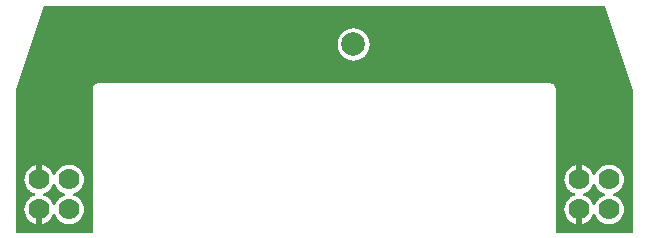
<source format=gbl>
%FSLAX33Y33*%
%MOMM*%
%ADD10C,0.0508*%
%ADD11R,2.X2.*%
%ADD12C,2.*%
%ADD13C,1.778*%
D10*
%LNpour fill*%
G01*
X52742Y12603D02*
X52742Y12603D01*
X50369Y19722*
X2971Y19722*
X0598Y12603*
X0598Y0598*
X7022Y0598*
X7022Y12700*
X7022Y12700*
X7033Y12817*
X7033Y12817*
X7067Y12929*
X7067Y12929*
X7123Y13032*
X7123Y13032*
X7197Y13123*
X7197Y13123*
X7288Y13197*
X7288Y13197*
X7391Y13253*
X7391Y13253*
X7503Y13287*
X7503Y13287*
X7620Y13298*
X7620Y13298*
X45720Y13298*
X45720Y13298*
X45837Y13287*
X45837Y13287*
X45949Y13253*
X45949Y13253*
X46052Y13197*
X46052Y13197*
X46143Y13123*
X46143Y13123*
X46217Y13032*
X46217Y13032*
X46273Y12929*
X46273Y12929*
X46307Y12817*
X46307Y12817*
X46318Y12700*
X46318Y12700*
X46318Y0598*
X52742Y0598*
X52742Y12603*
X29170Y15103D02*
X28857Y15138D01*
X28559Y15242*
X28292Y15410*
X28070Y15632*
X27902Y15899*
X27798Y16197*
X27763Y16510*
X27798Y16823*
X27902Y17121*
X28070Y17387*
X28292Y17610*
X28559Y17778*
X28857Y17882*
X29170Y17917*
X29483Y17882*
X29781Y17778*
X30047Y17610*
X30270Y17387*
X30438Y17121*
X30542Y16823*
X30577Y16510*
X30542Y16197*
X30438Y15899*
X30270Y15632*
X30047Y15410*
X29781Y15242*
X29483Y15138*
X29170Y15103*
X50800Y1244D02*
X50512Y1276D01*
X50238Y1372*
X49992Y1526*
X49786Y1732*
X49632Y1978*
X49575Y2140*
X49485Y2140*
X49428Y1978*
X49274Y1732*
X49068Y1526*
X48822Y1372*
X48548Y1276*
X48460Y1266*
X48460Y1759*
X48060Y1759*
X48060Y1266*
X47972Y1276*
X47698Y1372*
X47452Y1526*
X47246Y1732*
X47092Y1978*
X46996Y2252*
X46964Y2540*
X46996Y2828*
X47092Y3102*
X47246Y3348*
X47452Y3554*
X47698Y3708*
X47860Y3765*
X47860Y3855*
X47698Y3912*
X47452Y4066*
X47246Y4272*
X47092Y4518*
X46996Y4792*
X46964Y5080*
X46996Y5368*
X47092Y5642*
X47246Y5888*
X47452Y6094*
X47698Y6248*
X47972Y6344*
X48060Y6354*
X48060Y5861*
X48460Y5861*
X48460Y6354*
X48548Y6344*
X48822Y6248*
X49068Y6094*
X49274Y5888*
X49428Y5642*
X49485Y5480*
X49575Y5480*
X49632Y5642*
X49786Y5888*
X49992Y6094*
X50238Y6248*
X50512Y6344*
X50800Y6376*
X51088Y6344*
X51362Y6248*
X51608Y6094*
X51814Y5888*
X51968Y5642*
X52064Y5368*
X52096Y5080*
X52064Y4792*
X51968Y4518*
X51814Y4272*
X51608Y4066*
X51362Y3912*
X51200Y3855*
X51200Y3765*
X51362Y3708*
X51608Y3554*
X51814Y3348*
X51968Y3102*
X52064Y2828*
X52096Y2540*
X52064Y2252*
X51968Y1978*
X51814Y1732*
X51608Y1526*
X51362Y1372*
X51088Y1276*
X50800Y1244*
X5080Y1244D02*
X4792Y1276D01*
X4518Y1372*
X4272Y1526*
X4066Y1732*
X3912Y1978*
X3855Y2140*
X3765Y2140*
X3708Y1978*
X3554Y1732*
X3348Y1526*
X3102Y1372*
X2828Y1276*
X2740Y1266*
X2740Y1759*
X2340Y1759*
X2340Y1266*
X2252Y1276*
X1978Y1372*
X1732Y1526*
X1526Y1732*
X1372Y1978*
X1276Y2252*
X1244Y2540*
X1276Y2828*
X1372Y3102*
X1526Y3348*
X1732Y3554*
X1978Y3708*
X2140Y3765*
X2140Y3855*
X1978Y3912*
X1732Y4066*
X1526Y4272*
X1372Y4518*
X1276Y4792*
X1244Y5080*
X1276Y5368*
X1372Y5642*
X1526Y5888*
X1732Y6094*
X1978Y6248*
X2252Y6344*
X2340Y6354*
X2340Y5861*
X2740Y5861*
X2740Y6354*
X2828Y6344*
X3102Y6248*
X3348Y6094*
X3554Y5888*
X3708Y5642*
X3765Y5480*
X3855Y5480*
X3912Y5642*
X4066Y5888*
X4272Y6094*
X4518Y6248*
X4792Y6344*
X5080Y6376*
X5368Y6344*
X5642Y6248*
X5888Y6094*
X6094Y5888*
X6248Y5642*
X6344Y5368*
X6376Y5080*
X6344Y4792*
X6248Y4518*
X6094Y4272*
X5888Y4066*
X5642Y3912*
X5480Y3855*
X5480Y3765*
X5642Y3708*
X5888Y3554*
X6094Y3348*
X6248Y3102*
X6344Y2828*
X6376Y2540*
X6344Y2252*
X6248Y1978*
X6094Y1732*
X5888Y1526*
X5642Y1372*
X5368Y1276*
X5080Y1244*
X0598Y0647D02*
X7022Y0647D01*
X46318Y0647D02*
X52742Y0647D01*
X0598Y0697D02*
X7022Y0697D01*
X46318Y0697D02*
X52742Y0697D01*
X0598Y0746D02*
X7022Y0746D01*
X46318Y0746D02*
X52742Y0746D01*
X0598Y0796D02*
X7022Y0796D01*
X46318Y0796D02*
X52742Y0796D01*
X0598Y0846D02*
X7022Y0846D01*
X46318Y0846D02*
X52742Y0846D01*
X0598Y0895D02*
X7022Y0895D01*
X46318Y0895D02*
X52742Y0895D01*
X0598Y0945D02*
X7022Y0945D01*
X46318Y0945D02*
X52742Y0945D01*
X0598Y0994D02*
X7022Y0994D01*
X46318Y0994D02*
X52742Y0994D01*
X0598Y1044D02*
X7022Y1044D01*
X46318Y1044D02*
X52742Y1044D01*
X0598Y1093D02*
X7022Y1093D01*
X46318Y1093D02*
X52742Y1093D01*
X0598Y1143D02*
X7022Y1143D01*
X46318Y1143D02*
X52742Y1143D01*
X0598Y1192D02*
X7022Y1192D01*
X46318Y1192D02*
X52742Y1192D01*
X0598Y1242D02*
X7022Y1242D01*
X46318Y1242D02*
X52742Y1242D01*
X0598Y1291D02*
X2207Y1291D01*
X2340Y1291D02*
X2740Y1291D01*
X2873Y1291D02*
X4747Y1291D01*
X5413Y1291D02*
X7022Y1291D01*
X46318Y1291D02*
X47927Y1291D01*
X48060Y1291D02*
X48460Y1291D01*
X48593Y1291D02*
X50467Y1291D01*
X51133Y1291D02*
X52742Y1291D01*
X0598Y1341D02*
X2066Y1341D01*
X2340Y1341D02*
X2740Y1341D01*
X3014Y1341D02*
X4606Y1341D01*
X5554Y1341D02*
X7022Y1341D01*
X46318Y1341D02*
X47786Y1341D01*
X48060Y1341D02*
X48460Y1341D01*
X48734Y1341D02*
X50326Y1341D01*
X51274Y1341D02*
X52742Y1341D01*
X0598Y1390D02*
X1948Y1390D01*
X2340Y1390D02*
X2740Y1390D01*
X3132Y1390D02*
X4488Y1390D01*
X5672Y1390D02*
X7022Y1390D01*
X46318Y1390D02*
X47668Y1390D01*
X48060Y1390D02*
X48460Y1390D01*
X48852Y1390D02*
X50208Y1390D01*
X51392Y1390D02*
X52742Y1390D01*
X0598Y1440D02*
X1869Y1440D01*
X2340Y1440D02*
X2740Y1440D01*
X3211Y1440D02*
X4409Y1440D01*
X5751Y1440D02*
X7022Y1440D01*
X46318Y1440D02*
X47589Y1440D01*
X48060Y1440D02*
X48460Y1440D01*
X48931Y1440D02*
X50129Y1440D01*
X51471Y1440D02*
X52742Y1440D01*
X0598Y1489D02*
X1790Y1489D01*
X2340Y1489D02*
X2740Y1489D01*
X3290Y1489D02*
X4330Y1489D01*
X5830Y1489D02*
X7022Y1489D01*
X46318Y1489D02*
X47510Y1489D01*
X48060Y1489D02*
X48460Y1489D01*
X49010Y1489D02*
X50050Y1489D01*
X51550Y1489D02*
X52742Y1489D01*
X0598Y1539D02*
X1719Y1539D01*
X2340Y1539D02*
X2740Y1539D01*
X3361Y1539D02*
X4259Y1539D01*
X5901Y1539D02*
X7022Y1539D01*
X46318Y1539D02*
X47439Y1539D01*
X48060Y1539D02*
X48460Y1539D01*
X49081Y1539D02*
X49979Y1539D01*
X51621Y1539D02*
X52742Y1539D01*
X0598Y1589D02*
X1669Y1589D01*
X2340Y1589D02*
X2740Y1589D01*
X3411Y1589D02*
X4209Y1589D01*
X5951Y1589D02*
X7022Y1589D01*
X46318Y1589D02*
X47389Y1589D01*
X48060Y1589D02*
X48460Y1589D01*
X49131Y1589D02*
X49929Y1589D01*
X51671Y1589D02*
X52742Y1589D01*
X0598Y1638D02*
X1620Y1638D01*
X2340Y1638D02*
X2740Y1638D01*
X3460Y1638D02*
X4160Y1638D01*
X6000Y1638D02*
X7022Y1638D01*
X46318Y1638D02*
X47340Y1638D01*
X48060Y1638D02*
X48460Y1638D01*
X49180Y1638D02*
X49880Y1638D01*
X51720Y1638D02*
X52742Y1638D01*
X0598Y1688D02*
X1570Y1688D01*
X2340Y1688D02*
X2740Y1688D01*
X3510Y1688D02*
X4110Y1688D01*
X6050Y1688D02*
X7022Y1688D01*
X46318Y1688D02*
X47290Y1688D01*
X48060Y1688D02*
X48460Y1688D01*
X49230Y1688D02*
X49830Y1688D01*
X51770Y1688D02*
X52742Y1688D01*
X0598Y1737D02*
X1523Y1737D01*
X2340Y1737D02*
X2740Y1737D01*
X3557Y1737D02*
X4063Y1737D01*
X6097Y1737D02*
X7022Y1737D01*
X46318Y1737D02*
X47243Y1737D01*
X48060Y1737D02*
X48460Y1737D01*
X49277Y1737D02*
X49783Y1737D01*
X51817Y1737D02*
X52742Y1737D01*
X0598Y1787D02*
X1492Y1787D01*
X3588Y1787D02*
X4032Y1787D01*
X6128Y1787D02*
X7022Y1787D01*
X46318Y1787D02*
X47212Y1787D01*
X49308Y1787D02*
X49752Y1787D01*
X51848Y1787D02*
X52742Y1787D01*
X0598Y1836D02*
X1461Y1836D01*
X3619Y1836D02*
X4001Y1836D01*
X6159Y1836D02*
X7022Y1836D01*
X46318Y1836D02*
X47181Y1836D01*
X49339Y1836D02*
X49721Y1836D01*
X51879Y1836D02*
X52742Y1836D01*
X0598Y1886D02*
X1429Y1886D01*
X3651Y1886D02*
X3969Y1886D01*
X6191Y1886D02*
X7022Y1886D01*
X46318Y1886D02*
X47149Y1886D01*
X49371Y1886D02*
X49689Y1886D01*
X51911Y1886D02*
X52742Y1886D01*
X0598Y1935D02*
X1398Y1935D01*
X3682Y1935D02*
X3938Y1935D01*
X6222Y1935D02*
X7022Y1935D01*
X46318Y1935D02*
X47118Y1935D01*
X49402Y1935D02*
X49658Y1935D01*
X51942Y1935D02*
X52742Y1935D01*
X0598Y1985D02*
X1369Y1985D01*
X3711Y1985D02*
X3909Y1985D01*
X6251Y1985D02*
X7022Y1985D01*
X46318Y1985D02*
X47089Y1985D01*
X49431Y1985D02*
X49629Y1985D01*
X51971Y1985D02*
X52742Y1985D01*
X0598Y2034D02*
X1352Y2034D01*
X3728Y2034D02*
X3892Y2034D01*
X6268Y2034D02*
X7022Y2034D01*
X46318Y2034D02*
X47072Y2034D01*
X49448Y2034D02*
X49612Y2034D01*
X51988Y2034D02*
X52742Y2034D01*
X0598Y2084D02*
X1335Y2084D01*
X3745Y2084D02*
X3875Y2084D01*
X6285Y2084D02*
X7022Y2084D01*
X46318Y2084D02*
X47055Y2084D01*
X49465Y2084D02*
X49595Y2084D01*
X52005Y2084D02*
X52742Y2084D01*
X0598Y2133D02*
X1317Y2133D01*
X3763Y2133D02*
X3857Y2133D01*
X6303Y2133D02*
X7022Y2133D01*
X46318Y2133D02*
X47037Y2133D01*
X49483Y2133D02*
X49577Y2133D01*
X52023Y2133D02*
X52742Y2133D01*
X0598Y2183D02*
X1300Y2183D01*
X6320Y2183D02*
X7022Y2183D01*
X46318Y2183D02*
X47020Y2183D01*
X52040Y2183D02*
X52742Y2183D01*
X0598Y2232D02*
X1283Y2232D01*
X6337Y2232D02*
X7022Y2232D01*
X46318Y2232D02*
X47003Y2232D01*
X52057Y2232D02*
X52742Y2232D01*
X0598Y2282D02*
X1272Y2282D01*
X6348Y2282D02*
X7022Y2282D01*
X46318Y2282D02*
X46992Y2282D01*
X52068Y2282D02*
X52742Y2282D01*
X0598Y2331D02*
X1267Y2331D01*
X6353Y2331D02*
X7022Y2331D01*
X46318Y2331D02*
X46987Y2331D01*
X52073Y2331D02*
X52742Y2331D01*
X0598Y2381D02*
X1261Y2381D01*
X6359Y2381D02*
X7022Y2381D01*
X46318Y2381D02*
X46981Y2381D01*
X52079Y2381D02*
X52742Y2381D01*
X0598Y2431D02*
X1256Y2431D01*
X6364Y2431D02*
X7022Y2431D01*
X46318Y2431D02*
X46976Y2431D01*
X52084Y2431D02*
X52742Y2431D01*
X0598Y2480D02*
X1250Y2480D01*
X6370Y2480D02*
X7022Y2480D01*
X46318Y2480D02*
X46970Y2480D01*
X52090Y2480D02*
X52742Y2480D01*
X0598Y2530D02*
X1245Y2530D01*
X6375Y2530D02*
X7022Y2530D01*
X46318Y2530D02*
X46965Y2530D01*
X52095Y2530D02*
X52742Y2530D01*
X0598Y2579D02*
X1248Y2579D01*
X6372Y2579D02*
X7022Y2579D01*
X46318Y2579D02*
X46968Y2579D01*
X52092Y2579D02*
X52742Y2579D01*
X0598Y2629D02*
X1253Y2629D01*
X6367Y2629D02*
X7022Y2629D01*
X46318Y2629D02*
X46973Y2629D01*
X52087Y2629D02*
X52742Y2629D01*
X0598Y2678D02*
X1259Y2678D01*
X6361Y2678D02*
X7022Y2678D01*
X46318Y2678D02*
X46979Y2678D01*
X52081Y2678D02*
X52742Y2678D01*
X0598Y2728D02*
X1264Y2728D01*
X6356Y2728D02*
X7022Y2728D01*
X46318Y2728D02*
X46984Y2728D01*
X52076Y2728D02*
X52742Y2728D01*
X0598Y2777D02*
X1270Y2777D01*
X6350Y2777D02*
X7022Y2777D01*
X46318Y2777D02*
X46990Y2777D01*
X52070Y2777D02*
X52742Y2777D01*
X0598Y2827D02*
X1276Y2827D01*
X6344Y2827D02*
X7022Y2827D01*
X46318Y2827D02*
X46996Y2827D01*
X52064Y2827D02*
X52742Y2827D01*
X0598Y2876D02*
X1293Y2876D01*
X6327Y2876D02*
X7022Y2876D01*
X46318Y2876D02*
X47013Y2876D01*
X52047Y2876D02*
X52742Y2876D01*
X0598Y2926D02*
X1310Y2926D01*
X6310Y2926D02*
X7022Y2926D01*
X46318Y2926D02*
X47030Y2926D01*
X52030Y2926D02*
X52742Y2926D01*
X0598Y2975D02*
X1327Y2975D01*
X6293Y2975D02*
X7022Y2975D01*
X46318Y2975D02*
X47047Y2975D01*
X52013Y2975D02*
X52742Y2975D01*
X0598Y3025D02*
X1345Y3025D01*
X6275Y3025D02*
X7022Y3025D01*
X46318Y3025D02*
X47065Y3025D01*
X51995Y3025D02*
X52742Y3025D01*
X0598Y3074D02*
X1362Y3074D01*
X6258Y3074D02*
X7022Y3074D01*
X46318Y3074D02*
X47082Y3074D01*
X51978Y3074D02*
X52742Y3074D01*
X0598Y3124D02*
X1385Y3124D01*
X6235Y3124D02*
X7022Y3124D01*
X46318Y3124D02*
X47105Y3124D01*
X51955Y3124D02*
X52742Y3124D01*
X0598Y3173D02*
X1416Y3173D01*
X6204Y3173D02*
X7022Y3173D01*
X46318Y3173D02*
X47136Y3173D01*
X51924Y3173D02*
X52742Y3173D01*
X0598Y3223D02*
X1447Y3223D01*
X6173Y3223D02*
X7022Y3223D01*
X46318Y3223D02*
X47167Y3223D01*
X51893Y3223D02*
X52742Y3223D01*
X0598Y3273D02*
X1479Y3273D01*
X6141Y3273D02*
X7022Y3273D01*
X46318Y3273D02*
X47199Y3273D01*
X51861Y3273D02*
X52742Y3273D01*
X0598Y3322D02*
X1510Y3322D01*
X6110Y3322D02*
X7022Y3322D01*
X46318Y3322D02*
X47230Y3322D01*
X51830Y3322D02*
X52742Y3322D01*
X0598Y3372D02*
X1549Y3372D01*
X6071Y3372D02*
X7022Y3372D01*
X46318Y3372D02*
X47269Y3372D01*
X51791Y3372D02*
X52742Y3372D01*
X0598Y3421D02*
X1599Y3421D01*
X6021Y3421D02*
X7022Y3421D01*
X46318Y3421D02*
X47319Y3421D01*
X51741Y3421D02*
X52742Y3421D01*
X0598Y3471D02*
X1648Y3471D01*
X5972Y3471D02*
X7022Y3471D01*
X46318Y3471D02*
X47368Y3471D01*
X51692Y3471D02*
X52742Y3471D01*
X0598Y3520D02*
X1698Y3520D01*
X5922Y3520D02*
X7022Y3520D01*
X46318Y3520D02*
X47418Y3520D01*
X51642Y3520D02*
X52742Y3520D01*
X0598Y3570D02*
X1757Y3570D01*
X5863Y3570D02*
X7022Y3570D01*
X46318Y3570D02*
X47477Y3570D01*
X51583Y3570D02*
X52742Y3570D01*
X0598Y3619D02*
X1836Y3619D01*
X5784Y3619D02*
X7022Y3619D01*
X46318Y3619D02*
X47556Y3619D01*
X51504Y3619D02*
X52742Y3619D01*
X0598Y3669D02*
X1915Y3669D01*
X5705Y3669D02*
X7022Y3669D01*
X46318Y3669D02*
X47635Y3669D01*
X51425Y3669D02*
X52742Y3669D01*
X0598Y3718D02*
X2006Y3718D01*
X5614Y3718D02*
X7022Y3718D01*
X46318Y3718D02*
X47726Y3718D01*
X51334Y3718D02*
X52742Y3718D01*
X0598Y3768D02*
X2140Y3768D01*
X5480Y3768D02*
X7022Y3768D01*
X46318Y3768D02*
X47860Y3768D01*
X51200Y3768D02*
X52742Y3768D01*
X0598Y3817D02*
X2140Y3817D01*
X5480Y3817D02*
X7022Y3817D01*
X46318Y3817D02*
X47860Y3817D01*
X51200Y3817D02*
X52742Y3817D01*
X0598Y3867D02*
X2106Y3867D01*
X5514Y3867D02*
X7022Y3867D01*
X46318Y3867D02*
X47826Y3867D01*
X51234Y3867D02*
X52742Y3867D01*
X0598Y3916D02*
X1970Y3916D01*
X5650Y3916D02*
X7022Y3916D01*
X46318Y3916D02*
X47690Y3916D01*
X51370Y3916D02*
X52742Y3916D01*
X0598Y3966D02*
X1891Y3966D01*
X5729Y3966D02*
X7022Y3966D01*
X46318Y3966D02*
X47611Y3966D01*
X51449Y3966D02*
X52742Y3966D01*
X0598Y4015D02*
X1812Y4015D01*
X5808Y4015D02*
X7022Y4015D01*
X46318Y4015D02*
X47532Y4015D01*
X51528Y4015D02*
X52742Y4015D01*
X0598Y4065D02*
X1734Y4065D01*
X5886Y4065D02*
X7022Y4065D01*
X46318Y4065D02*
X47454Y4065D01*
X51606Y4065D02*
X52742Y4065D01*
X0598Y4115D02*
X1683Y4115D01*
X5937Y4115D02*
X7022Y4115D01*
X46318Y4115D02*
X47403Y4115D01*
X51657Y4115D02*
X52742Y4115D01*
X0598Y4164D02*
X1634Y4164D01*
X5986Y4164D02*
X7022Y4164D01*
X46318Y4164D02*
X47354Y4164D01*
X51706Y4164D02*
X52742Y4164D01*
X0598Y4214D02*
X1584Y4214D01*
X6036Y4214D02*
X7022Y4214D01*
X46318Y4214D02*
X47304Y4214D01*
X51756Y4214D02*
X52742Y4214D01*
X0598Y4263D02*
X1535Y4263D01*
X6085Y4263D02*
X7022Y4263D01*
X46318Y4263D02*
X47255Y4263D01*
X51805Y4263D02*
X52742Y4263D01*
X0598Y4313D02*
X1500Y4313D01*
X6120Y4313D02*
X7022Y4313D01*
X46318Y4313D02*
X47220Y4313D01*
X51840Y4313D02*
X52742Y4313D01*
X0598Y4362D02*
X1469Y4362D01*
X6151Y4362D02*
X7022Y4362D01*
X46318Y4362D02*
X47189Y4362D01*
X51871Y4362D02*
X52742Y4362D01*
X0598Y4412D02*
X1438Y4412D01*
X6182Y4412D02*
X7022Y4412D01*
X46318Y4412D02*
X47158Y4412D01*
X51902Y4412D02*
X52742Y4412D01*
X0598Y4461D02*
X1407Y4461D01*
X6213Y4461D02*
X7022Y4461D01*
X46318Y4461D02*
X47127Y4461D01*
X51933Y4461D02*
X52742Y4461D01*
X0598Y4511D02*
X1376Y4511D01*
X6244Y4511D02*
X7022Y4511D01*
X46318Y4511D02*
X47096Y4511D01*
X51964Y4511D02*
X52742Y4511D01*
X0598Y4560D02*
X1357Y4560D01*
X6263Y4560D02*
X7022Y4560D01*
X46318Y4560D02*
X47077Y4560D01*
X51983Y4560D02*
X52742Y4560D01*
X0598Y4610D02*
X1339Y4610D01*
X6281Y4610D02*
X7022Y4610D01*
X46318Y4610D02*
X47059Y4610D01*
X52001Y4610D02*
X52742Y4610D01*
X0598Y4659D02*
X1322Y4659D01*
X6298Y4659D02*
X7022Y4659D01*
X46318Y4659D02*
X47042Y4659D01*
X52018Y4659D02*
X52742Y4659D01*
X0598Y4709D02*
X1305Y4709D01*
X6315Y4709D02*
X7022Y4709D01*
X46318Y4709D02*
X47025Y4709D01*
X52035Y4709D02*
X52742Y4709D01*
X0598Y4758D02*
X1287Y4758D01*
X6333Y4758D02*
X7022Y4758D01*
X46318Y4758D02*
X47007Y4758D01*
X52053Y4758D02*
X52742Y4758D01*
X0598Y4808D02*
X1274Y4808D01*
X6346Y4808D02*
X7022Y4808D01*
X46318Y4808D02*
X46994Y4808D01*
X52066Y4808D02*
X52742Y4808D01*
X0598Y4857D02*
X1268Y4857D01*
X6352Y4857D02*
X7022Y4857D01*
X46318Y4857D02*
X46988Y4857D01*
X52072Y4857D02*
X52742Y4857D01*
X0598Y4907D02*
X1263Y4907D01*
X6357Y4907D02*
X7022Y4907D01*
X46318Y4907D02*
X46983Y4907D01*
X52077Y4907D02*
X52742Y4907D01*
X0598Y4957D02*
X1257Y4957D01*
X6363Y4957D02*
X7022Y4957D01*
X46318Y4957D02*
X46977Y4957D01*
X52083Y4957D02*
X52742Y4957D01*
X0598Y5006D02*
X1252Y5006D01*
X6368Y5006D02*
X7022Y5006D01*
X46318Y5006D02*
X46972Y5006D01*
X52088Y5006D02*
X52742Y5006D01*
X0598Y5056D02*
X1246Y5056D01*
X6374Y5056D02*
X7022Y5056D01*
X46318Y5056D02*
X46966Y5056D01*
X52094Y5056D02*
X52742Y5056D01*
X0598Y5105D02*
X1246Y5105D01*
X6374Y5105D02*
X7022Y5105D01*
X46318Y5105D02*
X46966Y5105D01*
X52094Y5105D02*
X52742Y5105D01*
X0598Y5155D02*
X1252Y5155D01*
X6368Y5155D02*
X7022Y5155D01*
X46318Y5155D02*
X46972Y5155D01*
X52088Y5155D02*
X52742Y5155D01*
X0598Y5204D02*
X1257Y5204D01*
X6363Y5204D02*
X7022Y5204D01*
X46318Y5204D02*
X46977Y5204D01*
X52083Y5204D02*
X52742Y5204D01*
X0598Y5254D02*
X1263Y5254D01*
X6357Y5254D02*
X7022Y5254D01*
X46318Y5254D02*
X46983Y5254D01*
X52077Y5254D02*
X52742Y5254D01*
X0598Y5303D02*
X1268Y5303D01*
X6352Y5303D02*
X7022Y5303D01*
X46318Y5303D02*
X46988Y5303D01*
X52072Y5303D02*
X52742Y5303D01*
X0598Y5353D02*
X1274Y5353D01*
X6346Y5353D02*
X7022Y5353D01*
X46318Y5353D02*
X46994Y5353D01*
X52066Y5353D02*
X52742Y5353D01*
X0598Y5402D02*
X1288Y5402D01*
X6332Y5402D02*
X7022Y5402D01*
X46318Y5402D02*
X47008Y5402D01*
X52052Y5402D02*
X52742Y5402D01*
X0598Y5452D02*
X1305Y5452D01*
X6315Y5452D02*
X7022Y5452D01*
X46318Y5452D02*
X47025Y5452D01*
X52035Y5452D02*
X52742Y5452D01*
X0598Y5501D02*
X1322Y5501D01*
X3758Y5501D02*
X3862Y5501D01*
X6298Y5501D02*
X7022Y5501D01*
X46318Y5501D02*
X47042Y5501D01*
X49478Y5501D02*
X49582Y5501D01*
X52018Y5501D02*
X52742Y5501D01*
X0598Y5551D02*
X1340Y5551D01*
X3740Y5551D02*
X3880Y5551D01*
X6280Y5551D02*
X7022Y5551D01*
X46318Y5551D02*
X47060Y5551D01*
X49460Y5551D02*
X49600Y5551D01*
X52000Y5551D02*
X52742Y5551D01*
X0598Y5600D02*
X1357Y5600D01*
X3723Y5600D02*
X3897Y5600D01*
X6263Y5600D02*
X7022Y5600D01*
X46318Y5600D02*
X47077Y5600D01*
X49443Y5600D02*
X49617Y5600D01*
X51983Y5600D02*
X52742Y5600D01*
X0598Y5650D02*
X1376Y5650D01*
X3704Y5650D02*
X3916Y5650D01*
X6244Y5650D02*
X7022Y5650D01*
X46318Y5650D02*
X47096Y5650D01*
X49424Y5650D02*
X49636Y5650D01*
X51964Y5650D02*
X52742Y5650D01*
X0598Y5699D02*
X1408Y5699D01*
X3672Y5699D02*
X3948Y5699D01*
X6212Y5699D02*
X7022Y5699D01*
X46318Y5699D02*
X47128Y5699D01*
X49392Y5699D02*
X49668Y5699D01*
X51932Y5699D02*
X52742Y5699D01*
X0598Y5749D02*
X1439Y5749D01*
X3641Y5749D02*
X3979Y5749D01*
X6181Y5749D02*
X7022Y5749D01*
X46318Y5749D02*
X47159Y5749D01*
X49361Y5749D02*
X49699Y5749D01*
X51901Y5749D02*
X52742Y5749D01*
X0598Y5799D02*
X1470Y5799D01*
X3610Y5799D02*
X4010Y5799D01*
X6150Y5799D02*
X7022Y5799D01*
X46318Y5799D02*
X47190Y5799D01*
X49330Y5799D02*
X49730Y5799D01*
X51870Y5799D02*
X52742Y5799D01*
X0598Y5848D02*
X1501Y5848D01*
X3579Y5848D02*
X4041Y5848D01*
X6119Y5848D02*
X7022Y5848D01*
X46318Y5848D02*
X47221Y5848D01*
X49299Y5848D02*
X49761Y5848D01*
X51839Y5848D02*
X52742Y5848D01*
X0598Y5898D02*
X1535Y5898D01*
X2340Y5898D02*
X2740Y5898D01*
X3545Y5898D02*
X4075Y5898D01*
X6085Y5898D02*
X7022Y5898D01*
X46318Y5898D02*
X47255Y5898D01*
X48060Y5898D02*
X48460Y5898D01*
X49265Y5898D02*
X49795Y5898D01*
X51805Y5898D02*
X52742Y5898D01*
X0598Y5947D02*
X1585Y5947D01*
X2340Y5947D02*
X2740Y5947D01*
X3495Y5947D02*
X4125Y5947D01*
X6035Y5947D02*
X7022Y5947D01*
X46318Y5947D02*
X47305Y5947D01*
X48060Y5947D02*
X48460Y5947D01*
X49215Y5947D02*
X49845Y5947D01*
X51755Y5947D02*
X52742Y5947D01*
X0598Y5997D02*
X1634Y5997D01*
X2340Y5997D02*
X2740Y5997D01*
X3446Y5997D02*
X4174Y5997D01*
X5986Y5997D02*
X7022Y5997D01*
X46318Y5997D02*
X47354Y5997D01*
X48060Y5997D02*
X48460Y5997D01*
X49166Y5997D02*
X49894Y5997D01*
X51706Y5997D02*
X52742Y5997D01*
X0598Y6046D02*
X1684Y6046D01*
X2340Y6046D02*
X2740Y6046D01*
X3396Y6046D02*
X4224Y6046D01*
X5936Y6046D02*
X7022Y6046D01*
X46318Y6046D02*
X47404Y6046D01*
X48060Y6046D02*
X48460Y6046D01*
X49116Y6046D02*
X49944Y6046D01*
X51656Y6046D02*
X52742Y6046D01*
X0598Y6096D02*
X1735Y6096D01*
X2340Y6096D02*
X2740Y6096D01*
X3345Y6096D02*
X4275Y6096D01*
X5885Y6096D02*
X7022Y6096D01*
X46318Y6096D02*
X47455Y6096D01*
X48060Y6096D02*
X48460Y6096D01*
X49065Y6096D02*
X49995Y6096D01*
X51605Y6096D02*
X52742Y6096D01*
X0598Y6145D02*
X1814Y6145D01*
X2340Y6145D02*
X2740Y6145D01*
X3266Y6145D02*
X4354Y6145D01*
X5806Y6145D02*
X7022Y6145D01*
X46318Y6145D02*
X47534Y6145D01*
X48060Y6145D02*
X48460Y6145D01*
X48986Y6145D02*
X50074Y6145D01*
X51526Y6145D02*
X52742Y6145D01*
X0598Y6195D02*
X1892Y6195D01*
X2340Y6195D02*
X2740Y6195D01*
X3188Y6195D02*
X4432Y6195D01*
X5728Y6195D02*
X7022Y6195D01*
X46318Y6195D02*
X47612Y6195D01*
X48060Y6195D02*
X48460Y6195D01*
X48908Y6195D02*
X50152Y6195D01*
X51448Y6195D02*
X52742Y6195D01*
X0598Y6244D02*
X1971Y6244D01*
X2340Y6244D02*
X2740Y6244D01*
X3109Y6244D02*
X4511Y6244D01*
X5649Y6244D02*
X7022Y6244D01*
X46318Y6244D02*
X47691Y6244D01*
X48060Y6244D02*
X48460Y6244D01*
X48829Y6244D02*
X50231Y6244D01*
X51369Y6244D02*
X52742Y6244D01*
X0598Y6294D02*
X2108Y6294D01*
X2340Y6294D02*
X2740Y6294D01*
X2972Y6294D02*
X4648Y6294D01*
X5512Y6294D02*
X7022Y6294D01*
X46318Y6294D02*
X47828Y6294D01*
X48060Y6294D02*
X48460Y6294D01*
X48692Y6294D02*
X50368Y6294D01*
X51232Y6294D02*
X52742Y6294D01*
X0598Y6343D02*
X2249Y6343D01*
X2340Y6343D02*
X2740Y6343D01*
X2831Y6343D02*
X4789Y6343D01*
X5371Y6343D02*
X7022Y6343D01*
X46318Y6343D02*
X47969Y6343D01*
X48060Y6343D02*
X48460Y6343D01*
X48551Y6343D02*
X50509Y6343D01*
X51091Y6343D02*
X52742Y6343D01*
X0598Y6393D02*
X7022Y6393D01*
X46318Y6393D02*
X52742Y6393D01*
X0598Y6442D02*
X7022Y6442D01*
X46318Y6442D02*
X52742Y6442D01*
X0598Y6492D02*
X7022Y6492D01*
X46318Y6492D02*
X52742Y6492D01*
X0598Y6542D02*
X7022Y6542D01*
X46318Y6542D02*
X52742Y6542D01*
X0598Y6591D02*
X7022Y6591D01*
X46318Y6591D02*
X52742Y6591D01*
X0598Y6641D02*
X7022Y6641D01*
X46318Y6641D02*
X52742Y6641D01*
X0598Y6690D02*
X7022Y6690D01*
X46318Y6690D02*
X52742Y6690D01*
X0598Y6740D02*
X7022Y6740D01*
X46318Y6740D02*
X52742Y6740D01*
X0598Y6789D02*
X7022Y6789D01*
X46318Y6789D02*
X52742Y6789D01*
X0598Y6839D02*
X7022Y6839D01*
X46318Y6839D02*
X52742Y6839D01*
X0598Y6888D02*
X7022Y6888D01*
X46318Y6888D02*
X52742Y6888D01*
X0598Y6938D02*
X7022Y6938D01*
X46318Y6938D02*
X52742Y6938D01*
X0598Y6987D02*
X7022Y6987D01*
X46318Y6987D02*
X52742Y6987D01*
X0598Y7037D02*
X7022Y7037D01*
X46318Y7037D02*
X52742Y7037D01*
X0598Y7086D02*
X7022Y7086D01*
X46318Y7086D02*
X52742Y7086D01*
X0598Y7136D02*
X7022Y7136D01*
X46318Y7136D02*
X52742Y7136D01*
X0598Y7185D02*
X7022Y7185D01*
X46318Y7185D02*
X52742Y7185D01*
X0598Y7235D02*
X7022Y7235D01*
X46318Y7235D02*
X52742Y7235D01*
X0598Y7284D02*
X7022Y7284D01*
X46318Y7284D02*
X52742Y7284D01*
X0598Y7334D02*
X7022Y7334D01*
X46318Y7334D02*
X52742Y7334D01*
X0598Y7384D02*
X7022Y7384D01*
X46318Y7384D02*
X52742Y7384D01*
X0598Y7433D02*
X7022Y7433D01*
X46318Y7433D02*
X52742Y7433D01*
X0598Y7483D02*
X7022Y7483D01*
X46318Y7483D02*
X52742Y7483D01*
X0598Y7532D02*
X7022Y7532D01*
X46318Y7532D02*
X52742Y7532D01*
X0598Y7582D02*
X7022Y7582D01*
X46318Y7582D02*
X52742Y7582D01*
X0598Y7631D02*
X7022Y7631D01*
X46318Y7631D02*
X52742Y7631D01*
X0598Y7681D02*
X7022Y7681D01*
X46318Y7681D02*
X52742Y7681D01*
X0598Y7730D02*
X7022Y7730D01*
X46318Y7730D02*
X52742Y7730D01*
X0598Y7780D02*
X7022Y7780D01*
X46318Y7780D02*
X52742Y7780D01*
X0598Y7829D02*
X7022Y7829D01*
X46318Y7829D02*
X52742Y7829D01*
X0598Y7879D02*
X7022Y7879D01*
X46318Y7879D02*
X52742Y7879D01*
X0598Y7928D02*
X7022Y7928D01*
X46318Y7928D02*
X52742Y7928D01*
X0598Y7978D02*
X7022Y7978D01*
X46318Y7978D02*
X52742Y7978D01*
X0598Y8027D02*
X7022Y8027D01*
X46318Y8027D02*
X52742Y8027D01*
X0598Y8077D02*
X7022Y8077D01*
X46318Y8077D02*
X52742Y8077D01*
X0598Y8126D02*
X7022Y8126D01*
X46318Y8126D02*
X52742Y8126D01*
X0598Y8176D02*
X7022Y8176D01*
X46318Y8176D02*
X52742Y8176D01*
X0598Y8226D02*
X7022Y8226D01*
X46318Y8226D02*
X52742Y8226D01*
X0598Y8275D02*
X7022Y8275D01*
X46318Y8275D02*
X52742Y8275D01*
X0598Y8325D02*
X7022Y8325D01*
X46318Y8325D02*
X52742Y8325D01*
X0598Y8374D02*
X7022Y8374D01*
X46318Y8374D02*
X52742Y8374D01*
X0598Y8424D02*
X7022Y8424D01*
X46318Y8424D02*
X52742Y8424D01*
X0598Y8473D02*
X7022Y8473D01*
X46318Y8473D02*
X52742Y8473D01*
X0598Y8523D02*
X7022Y8523D01*
X46318Y8523D02*
X52742Y8523D01*
X0598Y8572D02*
X7022Y8572D01*
X46318Y8572D02*
X52742Y8572D01*
X0598Y8622D02*
X7022Y8622D01*
X46318Y8622D02*
X52742Y8622D01*
X0598Y8671D02*
X7022Y8671D01*
X46318Y8671D02*
X52742Y8671D01*
X0598Y8721D02*
X7022Y8721D01*
X46318Y8721D02*
X52742Y8721D01*
X0598Y8770D02*
X7022Y8770D01*
X46318Y8770D02*
X52742Y8770D01*
X0598Y8820D02*
X7022Y8820D01*
X46318Y8820D02*
X52742Y8820D01*
X0598Y8869D02*
X7022Y8869D01*
X46318Y8869D02*
X52742Y8869D01*
X0598Y8919D02*
X7022Y8919D01*
X46318Y8919D02*
X52742Y8919D01*
X0598Y8968D02*
X7022Y8968D01*
X46318Y8968D02*
X52742Y8968D01*
X0598Y9018D02*
X7022Y9018D01*
X46318Y9018D02*
X52742Y9018D01*
X0598Y9068D02*
X7022Y9068D01*
X46318Y9068D02*
X52742Y9068D01*
X0598Y9117D02*
X7022Y9117D01*
X46318Y9117D02*
X52742Y9117D01*
X0598Y9167D02*
X7022Y9167D01*
X46318Y9167D02*
X52742Y9167D01*
X0598Y9216D02*
X7022Y9216D01*
X46318Y9216D02*
X52742Y9216D01*
X0598Y9266D02*
X7022Y9266D01*
X46318Y9266D02*
X52742Y9266D01*
X0598Y9315D02*
X7022Y9315D01*
X46318Y9315D02*
X52742Y9315D01*
X0598Y9365D02*
X7022Y9365D01*
X46318Y9365D02*
X52742Y9365D01*
X0598Y9414D02*
X7022Y9414D01*
X46318Y9414D02*
X52742Y9414D01*
X0598Y9464D02*
X7022Y9464D01*
X46318Y9464D02*
X52742Y9464D01*
X0598Y9513D02*
X7022Y9513D01*
X46318Y9513D02*
X52742Y9513D01*
X0598Y9563D02*
X7022Y9563D01*
X46318Y9563D02*
X52742Y9563D01*
X0598Y9612D02*
X7022Y9612D01*
X46318Y9612D02*
X52742Y9612D01*
X0598Y9662D02*
X7022Y9662D01*
X46318Y9662D02*
X52742Y9662D01*
X0598Y9711D02*
X7022Y9711D01*
X46318Y9711D02*
X52742Y9711D01*
X0598Y9761D02*
X7022Y9761D01*
X46318Y9761D02*
X52742Y9761D01*
X0598Y9810D02*
X7022Y9810D01*
X46318Y9810D02*
X52742Y9810D01*
X0598Y9860D02*
X7022Y9860D01*
X46318Y9860D02*
X52742Y9860D01*
X0598Y9910D02*
X7022Y9910D01*
X46318Y9910D02*
X52742Y9910D01*
X0598Y9959D02*
X7022Y9959D01*
X46318Y9959D02*
X52742Y9959D01*
X0598Y10009D02*
X7022Y10009D01*
X46318Y10009D02*
X52742Y10009D01*
X0598Y10058D02*
X7022Y10058D01*
X46318Y10058D02*
X52742Y10058D01*
X0598Y10108D02*
X7022Y10108D01*
X46318Y10108D02*
X52742Y10108D01*
X0598Y10157D02*
X7022Y10157D01*
X46318Y10157D02*
X52742Y10157D01*
X0598Y10207D02*
X7022Y10207D01*
X46318Y10207D02*
X52742Y10207D01*
X0598Y10256D02*
X7022Y10256D01*
X46318Y10256D02*
X52742Y10256D01*
X0598Y10306D02*
X7022Y10306D01*
X46318Y10306D02*
X52742Y10306D01*
X0598Y10355D02*
X7022Y10355D01*
X46318Y10355D02*
X52742Y10355D01*
X0598Y10405D02*
X7022Y10405D01*
X46318Y10405D02*
X52742Y10405D01*
X0598Y10454D02*
X7022Y10454D01*
X46318Y10454D02*
X52742Y10454D01*
X0598Y10504D02*
X7022Y10504D01*
X46318Y10504D02*
X52742Y10504D01*
X0598Y10553D02*
X7022Y10553D01*
X46318Y10553D02*
X52742Y10553D01*
X0598Y10603D02*
X7022Y10603D01*
X46318Y10603D02*
X52742Y10603D01*
X0598Y10652D02*
X7022Y10652D01*
X46318Y10652D02*
X52742Y10652D01*
X0598Y10702D02*
X7022Y10702D01*
X46318Y10702D02*
X52742Y10702D01*
X0598Y10752D02*
X7022Y10752D01*
X46318Y10752D02*
X52742Y10752D01*
X0598Y10801D02*
X7022Y10801D01*
X46318Y10801D02*
X52742Y10801D01*
X0598Y10851D02*
X7022Y10851D01*
X46318Y10851D02*
X52742Y10851D01*
X0598Y10900D02*
X7022Y10900D01*
X46318Y10900D02*
X52742Y10900D01*
X0598Y10950D02*
X7022Y10950D01*
X46318Y10950D02*
X52742Y10950D01*
X0598Y10999D02*
X7022Y10999D01*
X46318Y10999D02*
X52742Y10999D01*
X0598Y11049D02*
X7022Y11049D01*
X46318Y11049D02*
X52742Y11049D01*
X0598Y11098D02*
X7022Y11098D01*
X46318Y11098D02*
X52742Y11098D01*
X0598Y11148D02*
X7022Y11148D01*
X46318Y11148D02*
X52742Y11148D01*
X0598Y11197D02*
X7022Y11197D01*
X46318Y11197D02*
X52742Y11197D01*
X0598Y11247D02*
X7022Y11247D01*
X46318Y11247D02*
X52742Y11247D01*
X0598Y11296D02*
X7022Y11296D01*
X46318Y11296D02*
X52742Y11296D01*
X0598Y11346D02*
X7022Y11346D01*
X46318Y11346D02*
X52742Y11346D01*
X0598Y11395D02*
X7022Y11395D01*
X46318Y11395D02*
X52742Y11395D01*
X0598Y11445D02*
X7022Y11445D01*
X46318Y11445D02*
X52742Y11445D01*
X0598Y11495D02*
X7022Y11495D01*
X46318Y11495D02*
X52742Y11495D01*
X0598Y11544D02*
X7022Y11544D01*
X46318Y11544D02*
X52742Y11544D01*
X0598Y11594D02*
X7022Y11594D01*
X46318Y11594D02*
X52742Y11594D01*
X0598Y11643D02*
X7022Y11643D01*
X46318Y11643D02*
X52742Y11643D01*
X0598Y11693D02*
X7022Y11693D01*
X46318Y11693D02*
X52742Y11693D01*
X0598Y11742D02*
X7022Y11742D01*
X46318Y11742D02*
X52742Y11742D01*
X0598Y11792D02*
X7022Y11792D01*
X46318Y11792D02*
X52742Y11792D01*
X0598Y11841D02*
X7022Y11841D01*
X46318Y11841D02*
X52742Y11841D01*
X0598Y11891D02*
X7022Y11891D01*
X46318Y11891D02*
X52742Y11891D01*
X0598Y11940D02*
X7022Y11940D01*
X46318Y11940D02*
X52742Y11940D01*
X0598Y11990D02*
X7022Y11990D01*
X46318Y11990D02*
X52742Y11990D01*
X0598Y12039D02*
X7022Y12039D01*
X46318Y12039D02*
X52742Y12039D01*
X0598Y12089D02*
X7022Y12089D01*
X46318Y12089D02*
X52742Y12089D01*
X0598Y12138D02*
X7022Y12138D01*
X46318Y12138D02*
X52742Y12138D01*
X0598Y12188D02*
X7022Y12188D01*
X46318Y12188D02*
X52742Y12188D01*
X0598Y12237D02*
X7022Y12237D01*
X46318Y12237D02*
X52742Y12237D01*
X0598Y12287D02*
X7022Y12287D01*
X46318Y12287D02*
X52742Y12287D01*
X0598Y12337D02*
X7022Y12337D01*
X46318Y12337D02*
X52742Y12337D01*
X0598Y12386D02*
X7022Y12386D01*
X46318Y12386D02*
X52742Y12386D01*
X0598Y12436D02*
X7022Y12436D01*
X46318Y12436D02*
X52742Y12436D01*
X0598Y12485D02*
X7022Y12485D01*
X46318Y12485D02*
X52742Y12485D01*
X0598Y12535D02*
X7022Y12535D01*
X46318Y12535D02*
X52742Y12535D01*
X0598Y12584D02*
X7022Y12584D01*
X46318Y12584D02*
X52742Y12584D01*
X0608Y12634D02*
X7022Y12634D01*
X46318Y12634D02*
X52732Y12634D01*
X0625Y12683D02*
X7022Y12683D01*
X46318Y12683D02*
X52715Y12683D01*
X0641Y12733D02*
X7025Y12733D01*
X46315Y12733D02*
X52699Y12733D01*
X0658Y12782D02*
X7030Y12782D01*
X46310Y12782D02*
X52682Y12782D01*
X0674Y12832D02*
X7038Y12832D01*
X46302Y12832D02*
X52666Y12832D01*
X0691Y12881D02*
X7053Y12881D01*
X46287Y12881D02*
X52649Y12881D01*
X0707Y12931D02*
X7069Y12931D01*
X46271Y12931D02*
X52633Y12931D01*
X0724Y12980D02*
X7095Y12980D01*
X46245Y12980D02*
X52616Y12980D01*
X0740Y13030D02*
X7122Y13030D01*
X46218Y13030D02*
X52600Y13030D01*
X0757Y13079D02*
X7162Y13079D01*
X46178Y13079D02*
X52583Y13079D01*
X0773Y13129D02*
X7205Y13129D01*
X46135Y13129D02*
X52567Y13129D01*
X0790Y13179D02*
X7265Y13179D01*
X46075Y13179D02*
X52550Y13179D01*
X0806Y13228D02*
X7346Y13228D01*
X45994Y13228D02*
X52534Y13228D01*
X0823Y13278D02*
X7474Y13278D01*
X45866Y13278D02*
X52517Y13278D01*
X0839Y13327D02*
X52501Y13327D01*
X0856Y13377D02*
X52484Y13377D01*
X0872Y13426D02*
X52468Y13426D01*
X0889Y13476D02*
X52451Y13476D01*
X0905Y13525D02*
X52435Y13525D01*
X0922Y13575D02*
X52418Y13575D01*
X0938Y13624D02*
X52402Y13624D01*
X0955Y13674D02*
X52385Y13674D01*
X0971Y13723D02*
X52369Y13723D01*
X0988Y13773D02*
X52352Y13773D01*
X1004Y13822D02*
X52336Y13822D01*
X1021Y13872D02*
X52319Y13872D01*
X1037Y13921D02*
X52303Y13921D01*
X1054Y13971D02*
X52286Y13971D01*
X1070Y14021D02*
X52270Y14021D01*
X1087Y14070D02*
X52253Y14070D01*
X1103Y14120D02*
X52237Y14120D01*
X1120Y14169D02*
X52220Y14169D01*
X1136Y14219D02*
X52204Y14219D01*
X1153Y14268D02*
X52187Y14268D01*
X1169Y14318D02*
X52171Y14318D01*
X1186Y14367D02*
X52154Y14367D01*
X1203Y14417D02*
X52138Y14417D01*
X1219Y14466D02*
X52121Y14466D01*
X1236Y14516D02*
X52104Y14516D01*
X1252Y14565D02*
X52088Y14565D01*
X1269Y14615D02*
X52071Y14615D01*
X1285Y14664D02*
X52055Y14664D01*
X1302Y14714D02*
X52038Y14714D01*
X1318Y14763D02*
X52022Y14763D01*
X1335Y14813D02*
X52005Y14813D01*
X1351Y14863D02*
X51989Y14863D01*
X1368Y14912D02*
X51972Y14912D01*
X1384Y14962D02*
X51956Y14962D01*
X1401Y15011D02*
X51939Y15011D01*
X1417Y15061D02*
X51923Y15061D01*
X1434Y15110D02*
X29100Y15110D01*
X29240Y15110D02*
X51906Y15110D01*
X1450Y15160D02*
X28794Y15160D01*
X29546Y15160D02*
X51890Y15160D01*
X1467Y15209D02*
X28652Y15209D01*
X29688Y15209D02*
X51873Y15209D01*
X1483Y15259D02*
X28532Y15259D01*
X29808Y15259D02*
X51857Y15259D01*
X1500Y15308D02*
X28453Y15308D01*
X29887Y15308D02*
X51840Y15308D01*
X1516Y15358D02*
X28374Y15358D01*
X29966Y15358D02*
X51824Y15358D01*
X1533Y15407D02*
X28296Y15407D01*
X30044Y15407D02*
X51807Y15407D01*
X1549Y15457D02*
X28245Y15457D01*
X30095Y15457D02*
X51791Y15457D01*
X1566Y15506D02*
X28195Y15506D01*
X30145Y15506D02*
X51774Y15506D01*
X1582Y15556D02*
X28146Y15556D01*
X30194Y15556D02*
X51758Y15556D01*
X1599Y15605D02*
X28096Y15605D01*
X30244Y15605D02*
X51741Y15605D01*
X1615Y15655D02*
X28055Y15655D01*
X30285Y15655D02*
X51725Y15655D01*
X1632Y15705D02*
X28024Y15705D01*
X30316Y15705D02*
X51708Y15705D01*
X1648Y15754D02*
X27993Y15754D01*
X30347Y15754D02*
X51692Y15754D01*
X1665Y15804D02*
X27962Y15804D01*
X30378Y15804D02*
X51675Y15804D01*
X1681Y15853D02*
X27931Y15853D01*
X30409Y15853D02*
X51659Y15853D01*
X1698Y15903D02*
X27901Y15903D01*
X30439Y15903D02*
X51642Y15903D01*
X1714Y15952D02*
X27883Y15952D01*
X30457Y15952D02*
X51626Y15952D01*
X1731Y16002D02*
X27866Y16002D01*
X30474Y16002D02*
X51609Y16002D01*
X1747Y16051D02*
X27849Y16051D01*
X30491Y16051D02*
X51593Y16051D01*
X1764Y16101D02*
X27831Y16101D01*
X30509Y16101D02*
X51576Y16101D01*
X1780Y16150D02*
X27814Y16150D01*
X30526Y16150D02*
X51560Y16150D01*
X1797Y16200D02*
X27797Y16200D01*
X30543Y16200D02*
X51543Y16200D01*
X1813Y16249D02*
X27792Y16249D01*
X30548Y16249D02*
X51527Y16249D01*
X1830Y16299D02*
X27786Y16299D01*
X30554Y16299D02*
X51510Y16299D01*
X1846Y16348D02*
X27781Y16348D01*
X30559Y16348D02*
X51494Y16348D01*
X1863Y16398D02*
X27775Y16398D01*
X30565Y16398D02*
X51477Y16398D01*
X1879Y16448D02*
X27769Y16448D01*
X30571Y16448D02*
X51461Y16448D01*
X1896Y16497D02*
X27764Y16497D01*
X30576Y16497D02*
X51444Y16497D01*
X1912Y16547D02*
X27766Y16547D01*
X30574Y16547D02*
X51428Y16547D01*
X1929Y16596D02*
X27772Y16596D01*
X30568Y16596D02*
X51411Y16596D01*
X1945Y16646D02*
X27778Y16646D01*
X30562Y16646D02*
X51395Y16646D01*
X1962Y16695D02*
X27783Y16695D01*
X30557Y16695D02*
X51378Y16695D01*
X1978Y16745D02*
X27789Y16745D01*
X30551Y16745D02*
X51362Y16745D01*
X1995Y16794D02*
X27794Y16794D01*
X30546Y16794D02*
X51345Y16794D01*
X2011Y16844D02*
X27805Y16844D01*
X30535Y16844D02*
X51329Y16844D01*
X2028Y16893D02*
X27822Y16893D01*
X30518Y16893D02*
X51312Y16893D01*
X2045Y16943D02*
X27839Y16943D01*
X30501Y16943D02*
X51295Y16943D01*
X2061Y16992D02*
X27857Y16992D01*
X30483Y16992D02*
X51279Y16992D01*
X2078Y17042D02*
X27874Y17042D01*
X30466Y17042D02*
X51262Y17042D01*
X2094Y17091D02*
X27891Y17091D01*
X30449Y17091D02*
X51246Y17091D01*
X2111Y17141D02*
X27914Y17141D01*
X30426Y17141D02*
X51229Y17141D01*
X2127Y17190D02*
X27946Y17190D01*
X30394Y17190D02*
X51213Y17190D01*
X2144Y17240D02*
X27977Y17240D01*
X30363Y17240D02*
X51196Y17240D01*
X2160Y17290D02*
X28008Y17290D01*
X30332Y17290D02*
X51180Y17290D01*
X2177Y17339D02*
X28039Y17339D01*
X30301Y17339D02*
X51163Y17339D01*
X2193Y17389D02*
X28070Y17389D01*
X30270Y17389D02*
X51147Y17389D01*
X2210Y17438D02*
X28120Y17438D01*
X30220Y17438D02*
X51130Y17438D01*
X2226Y17488D02*
X28169Y17488D01*
X30171Y17488D02*
X51114Y17488D01*
X2243Y17537D02*
X28219Y17537D01*
X30121Y17537D02*
X51097Y17537D01*
X2259Y17587D02*
X28268Y17587D01*
X30072Y17587D02*
X51081Y17587D01*
X2276Y17636D02*
X28333Y17636D01*
X30007Y17636D02*
X51064Y17636D01*
X2292Y17686D02*
X28412Y17686D01*
X29928Y17686D02*
X51048Y17686D01*
X2309Y17735D02*
X28491Y17735D01*
X29849Y17735D02*
X51031Y17735D01*
X2325Y17785D02*
X28578Y17785D01*
X29762Y17785D02*
X51015Y17785D01*
X2342Y17834D02*
X28720Y17834D01*
X29620Y17834D02*
X50998Y17834D01*
X2358Y17884D02*
X28870Y17884D01*
X29470Y17884D02*
X50982Y17884D01*
X2375Y17933D02*
X50965Y17933D01*
X2391Y17983D02*
X50949Y17983D01*
X2408Y18032D02*
X50932Y18032D01*
X2424Y18082D02*
X50916Y18082D01*
X2441Y18132D02*
X50899Y18132D01*
X2457Y18181D02*
X50883Y18181D01*
X2474Y18231D02*
X50866Y18231D01*
X2490Y18280D02*
X50850Y18280D01*
X2507Y18330D02*
X50833Y18330D01*
X2523Y18379D02*
X50817Y18379D01*
X2540Y18429D02*
X50800Y18429D01*
X2556Y18478D02*
X50784Y18478D01*
X2573Y18528D02*
X50767Y18528D01*
X2589Y18577D02*
X50751Y18577D01*
X2606Y18627D02*
X50734Y18627D01*
X2622Y18676D02*
X50718Y18676D01*
X2639Y18726D02*
X50701Y18726D01*
X2655Y18775D02*
X50685Y18775D01*
X2672Y18825D02*
X50668Y18825D01*
X2688Y18874D02*
X50652Y18874D01*
X2705Y18924D02*
X50635Y18924D01*
X2721Y18974D02*
X50619Y18974D01*
X2738Y19023D02*
X50602Y19023D01*
X2754Y19073D02*
X50586Y19073D01*
X2771Y19122D02*
X50569Y19122D01*
X2787Y19172D02*
X50553Y19172D01*
X2804Y19221D02*
X50536Y19221D01*
X2820Y19271D02*
X50520Y19271D01*
X2837Y19320D02*
X50503Y19320D01*
X2854Y19370D02*
X50487Y19370D01*
X2870Y19419D02*
X50470Y19419D01*
X2887Y19469D02*
X50453Y19469D01*
X2903Y19518D02*
X50437Y19518D01*
X2920Y19568D02*
X50420Y19568D01*
X2936Y19617D02*
X50404Y19617D01*
X2953Y19667D02*
X50387Y19667D01*
X2969Y19716D02*
X50371Y19716D01*
X49575Y2940D02*
X49575Y2940D01*
X49632Y3103*
X49632Y3103*
X49786Y3348*
X49786Y3348*
X49992Y3554*
X49992Y3554*
X50237Y3708*
X50237Y3708*
X50400Y3765*
X50400Y3855*
X50237Y3912*
X50237Y3912*
X49992Y4066*
X49992Y4066*
X49786Y4272*
X49786Y4272*
X49632Y4517*
X49632Y4517*
X49575Y4680*
X49485Y4680*
X49428Y4517*
X49428Y4517*
X49274Y4272*
X49274Y4272*
X49068Y4066*
X49068Y4066*
X48823Y3912*
X48823Y3912*
X48660Y3855*
X48660Y3765*
X48823Y3708*
X48823Y3708*
X49068Y3554*
X49068Y3554*
X49274Y3348*
X49274Y3348*
X49428Y3103*
X49428Y3103*
X49485Y2940*
X49575Y2940*
X49468Y2989D02*
X49592Y2989D01*
X49450Y3039D02*
X49610Y3039D01*
X49433Y3088D02*
X49627Y3088D01*
X49406Y3138D02*
X49654Y3138D01*
X49375Y3187D02*
X49685Y3187D01*
X49344Y3237D02*
X49716Y3237D01*
X49312Y3287D02*
X49748Y3287D01*
X49281Y3336D02*
X49779Y3336D01*
X49236Y3386D02*
X49824Y3386D01*
X49187Y3435D02*
X49873Y3435D01*
X49137Y3485D02*
X49923Y3485D01*
X49088Y3534D02*
X49972Y3534D01*
X49020Y3584D02*
X50040Y3584D01*
X48942Y3633D02*
X50118Y3633D01*
X48863Y3683D02*
X50197Y3683D01*
X48753Y3732D02*
X50307Y3732D01*
X48660Y3782D02*
X50400Y3782D01*
X48660Y3831D02*
X50400Y3831D01*
X48734Y3881D02*
X50326Y3881D01*
X48852Y3930D02*
X50208Y3930D01*
X48931Y3980D02*
X50129Y3980D01*
X49009Y4029D02*
X50051Y4029D01*
X49081Y4079D02*
X49979Y4079D01*
X49130Y4129D02*
X49930Y4129D01*
X49180Y4178D02*
X49880Y4178D01*
X49229Y4228D02*
X49831Y4228D01*
X49277Y4277D02*
X49783Y4277D01*
X49308Y4327D02*
X49752Y4327D01*
X49339Y4376D02*
X49721Y4376D01*
X49370Y4426D02*
X49690Y4426D01*
X49401Y4475D02*
X49659Y4475D01*
X49431Y4525D02*
X49629Y4525D01*
X49448Y4574D02*
X49612Y4574D01*
X49465Y4624D02*
X49595Y4624D01*
X49483Y4673D02*
X49577Y4673D01*
X3855Y2940D02*
X3855Y2940D01*
X3912Y3103*
X3912Y3103*
X4066Y3348*
X4066Y3348*
X4272Y3554*
X4272Y3554*
X4517Y3708*
X4517Y3708*
X4680Y3765*
X4680Y3855*
X4517Y3912*
X4517Y3912*
X4272Y4066*
X4272Y4066*
X4066Y4272*
X4066Y4272*
X3912Y4517*
X3912Y4517*
X3855Y4680*
X3765Y4680*
X3708Y4517*
X3708Y4517*
X3554Y4272*
X3554Y4272*
X3348Y4066*
X3348Y4066*
X3103Y3912*
X3103Y3912*
X2940Y3855*
X2940Y3765*
X3103Y3708*
X3103Y3708*
X3348Y3554*
X3348Y3554*
X3554Y3348*
X3554Y3348*
X3708Y3103*
X3708Y3103*
X3765Y2940*
X3855Y2940*
X3748Y2989D02*
X3872Y2989D01*
X3730Y3039D02*
X3890Y3039D01*
X3713Y3088D02*
X3907Y3088D01*
X3686Y3138D02*
X3934Y3138D01*
X3655Y3187D02*
X3965Y3187D01*
X3624Y3237D02*
X3996Y3237D01*
X3592Y3287D02*
X4028Y3287D01*
X3561Y3336D02*
X4059Y3336D01*
X3516Y3386D02*
X4104Y3386D01*
X3467Y3435D02*
X4153Y3435D01*
X3417Y3485D02*
X4203Y3485D01*
X3368Y3534D02*
X4252Y3534D01*
X3300Y3584D02*
X4320Y3584D01*
X3222Y3633D02*
X4398Y3633D01*
X3143Y3683D02*
X4477Y3683D01*
X3033Y3732D02*
X4587Y3732D01*
X2940Y3782D02*
X4680Y3782D01*
X2940Y3831D02*
X4680Y3831D01*
X3014Y3881D02*
X4606Y3881D01*
X3132Y3930D02*
X4488Y3930D01*
X3211Y3980D02*
X4409Y3980D01*
X3289Y4029D02*
X4331Y4029D01*
X3361Y4079D02*
X4259Y4079D01*
X3410Y4129D02*
X4210Y4129D01*
X3460Y4178D02*
X4160Y4178D01*
X3509Y4228D02*
X4111Y4228D01*
X3557Y4277D02*
X4063Y4277D01*
X3588Y4327D02*
X4032Y4327D01*
X3619Y4376D02*
X4001Y4376D01*
X3650Y4426D02*
X3970Y4426D01*
X3681Y4475D02*
X3939Y4475D01*
X3711Y4525D02*
X3909Y4525D01*
X3728Y4574D02*
X3892Y4574D01*
X3745Y4624D02*
X3875Y4624D01*
X3763Y4673D02*
X3857Y4673D01*
%LNbottom copper_traces*%
%LNbottom copper component d884e53a61bc2bc3*%
D11*
X24170Y16510D03*
D12*
X29170Y16510D03*
%LNbottom copper component 8889ed7dfd5d4ee6*%
D13*
X2540Y5080D03*
X2540Y2540D03*
X5080Y5080D03*
X5080Y2540D03*
%LNbottom copper component d1eda6cb61111443*%
X48260Y5080D03*
X48260Y2540D03*
X50800Y5080D03*
X50800Y2540D03*
M02*
</source>
